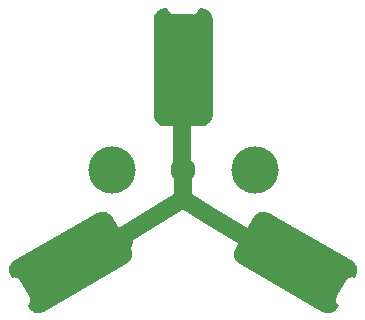
<source format=gbr>
G04 #@! TF.GenerationSoftware,KiCad,Pcbnew,(5.0.2)-1*
G04 #@! TF.CreationDate,2019-12-13T16:23:56-06:00*
G04 #@! TF.ProjectId,tri-slot-hub,7472692d-736c-46f7-942d-6875622e6b69,rev?*
G04 #@! TF.SameCoordinates,Original*
G04 #@! TF.FileFunction,Copper,L2,Bot*
G04 #@! TF.FilePolarity,Positive*
%FSLAX46Y46*%
G04 Gerber Fmt 4.6, Leading zero omitted, Abs format (unit mm)*
G04 Created by KiCad (PCBNEW (5.0.2)-1) date 12/13/2019 4:23:56 PM*
%MOMM*%
%LPD*%
G01*
G04 APERTURE LIST*
G04 #@! TA.AperFunction,ComponentPad*
%ADD10C,4.000000*%
G04 #@! TD*
G04 #@! TA.AperFunction,ComponentPad*
%ADD11C,2.100000*%
G04 #@! TD*
G04 #@! TA.AperFunction,Conductor*
%ADD12C,1.500000*%
G04 #@! TD*
G04 #@! TA.AperFunction,Conductor*
%ADD13C,0.254000*%
G04 #@! TD*
G04 APERTURE END LIST*
D10*
G04 #@! TO.P,J1,2*
G04 #@! TO.N,/slot_l*
X-6000000Y2300000D03*
X6110000Y2300000D03*
D11*
G04 #@! TO.P,J1,1*
G04 #@! TO.N,/slot_r*
X0Y2300000D03*
G04 #@! TD*
D12*
G04 #@! TO.N,/slot_r*
X-25000Y2600000D02*
X-25000Y7775000D01*
X0Y-200000D02*
X-5900000Y-3800000D01*
X-25000Y2600000D02*
X0Y900000D01*
X0Y900000D02*
X0Y-200000D01*
X2300000Y-1600000D02*
X6100000Y-3900000D01*
X0Y-200000D02*
X2300000Y-1600000D01*
X-5900000Y-3800000D02*
X-5000000Y-3800000D01*
G04 #@! TD*
D13*
G04 #@! TO.N,/slot_r*
G36*
X-1407576Y15748334D02*
X-1265019Y15534981D01*
X-1051666Y15392424D01*
X-863525Y15355000D01*
X-800000Y15342364D01*
X-736475Y15355000D01*
X736475Y15355000D01*
X800000Y15342364D01*
X1051666Y15392424D01*
X1265019Y15534981D01*
X1407576Y15748334D01*
X1432374Y15873000D01*
X1487491Y15873000D01*
X1833130Y15804248D01*
X2115545Y15615545D01*
X2304248Y15333130D01*
X2373000Y14987491D01*
X2373000Y7012509D01*
X2304248Y6666870D01*
X2115545Y6384455D01*
X1833130Y6195752D01*
X1487491Y6127000D01*
X-1487491Y6127000D01*
X-1833130Y6195752D01*
X-2115545Y6384455D01*
X-2304248Y6666870D01*
X-2373000Y7012509D01*
X-2373000Y14987491D01*
X-2304248Y15333130D01*
X-2115545Y15615545D01*
X-1833130Y15804248D01*
X-1487491Y15873000D01*
X-1432374Y15873000D01*
X-1407576Y15748334D01*
X-1407576Y15748334D01*
G37*
X-1407576Y15748334D02*
X-1265019Y15534981D01*
X-1051666Y15392424D01*
X-863525Y15355000D01*
X-800000Y15342364D01*
X-736475Y15355000D01*
X736475Y15355000D01*
X800000Y15342364D01*
X1051666Y15392424D01*
X1265019Y15534981D01*
X1407576Y15748334D01*
X1432374Y15873000D01*
X1487491Y15873000D01*
X1833130Y15804248D01*
X2115545Y15615545D01*
X2304248Y15333130D01*
X2373000Y14987491D01*
X2373000Y7012509D01*
X2304248Y6666870D01*
X2115545Y6384455D01*
X1833130Y6195752D01*
X1487491Y6127000D01*
X-1487491Y6127000D01*
X-1833130Y6195752D01*
X-2115545Y6384455D01*
X-2304248Y6666870D01*
X-2373000Y7012509D01*
X-2373000Y14987491D01*
X-2304248Y15333130D01*
X-2115545Y15615545D01*
X-1833130Y15804248D01*
X-1487491Y15873000D01*
X-1432374Y15873000D01*
X-1407576Y15748334D01*
G36*
X-6586873Y-1360112D02*
X-6282244Y-1510338D01*
X-6049882Y-1775297D01*
X-4562392Y-4351706D01*
X-4449112Y-4685414D01*
X-4471328Y-5024343D01*
X-4621554Y-5328972D01*
X-4886512Y-5561334D01*
X-11793048Y-9548824D01*
X-12126756Y-9662103D01*
X-12465685Y-9639888D01*
X-12770314Y-9489662D01*
X-13002676Y-9224703D01*
X-13030234Y-9176972D01*
X-12934669Y-9093164D01*
X-12821179Y-8863029D01*
X-12804397Y-8606982D01*
X-12804397Y-8606980D01*
X-12866058Y-8425333D01*
X-12886877Y-8364002D01*
X-12929582Y-8315307D01*
X-13666057Y-7039696D01*
X-13686877Y-6978362D01*
X-13856063Y-6785443D01*
X-14086198Y-6671953D01*
X-14342244Y-6655171D01*
X-14342245Y-6655171D01*
X-14445414Y-6690192D01*
X-14462607Y-6696028D01*
X-14490166Y-6648294D01*
X-14603446Y-6314586D01*
X-14581230Y-5975657D01*
X-14431004Y-5671028D01*
X-14166046Y-5438666D01*
X-7259510Y-1451176D01*
X-6925802Y-1337897D01*
X-6586873Y-1360112D01*
X-6586873Y-1360112D01*
G37*
X-6586873Y-1360112D02*
X-6282244Y-1510338D01*
X-6049882Y-1775297D01*
X-4562392Y-4351706D01*
X-4449112Y-4685414D01*
X-4471328Y-5024343D01*
X-4621554Y-5328972D01*
X-4886512Y-5561334D01*
X-11793048Y-9548824D01*
X-12126756Y-9662103D01*
X-12465685Y-9639888D01*
X-12770314Y-9489662D01*
X-13002676Y-9224703D01*
X-13030234Y-9176972D01*
X-12934669Y-9093164D01*
X-12821179Y-8863029D01*
X-12804397Y-8606982D01*
X-12804397Y-8606980D01*
X-12866058Y-8425333D01*
X-12886877Y-8364002D01*
X-12929582Y-8315307D01*
X-13666057Y-7039696D01*
X-13686877Y-6978362D01*
X-13856063Y-6785443D01*
X-14086198Y-6671953D01*
X-14342244Y-6655171D01*
X-14342245Y-6655171D01*
X-14445414Y-6690192D01*
X-14462607Y-6696028D01*
X-14490166Y-6648294D01*
X-14603446Y-6314586D01*
X-14581230Y-5975657D01*
X-14431004Y-5671028D01*
X-14166046Y-5438666D01*
X-7259510Y-1451176D01*
X-6925802Y-1337897D01*
X-6586873Y-1360112D01*
G36*
X7259510Y-1451176D02*
X14166046Y-5438666D01*
X14431004Y-5671028D01*
X14581230Y-5975657D01*
X14603446Y-6314586D01*
X14490166Y-6648294D01*
X14462606Y-6696029D01*
X14342244Y-6655171D01*
X14101947Y-6670921D01*
X14086197Y-6671953D01*
X14079520Y-6675246D01*
X13856063Y-6785443D01*
X13856062Y-6785444D01*
X13729581Y-6929667D01*
X13729580Y-6929669D01*
X13686877Y-6978362D01*
X13666059Y-7039691D01*
X12929585Y-8315303D01*
X12886877Y-8364002D01*
X12809121Y-8593066D01*
X12804397Y-8606982D01*
X12821179Y-8863028D01*
X12934669Y-9093163D01*
X13030234Y-9176971D01*
X13002676Y-9224703D01*
X12770314Y-9489662D01*
X12465685Y-9639888D01*
X12126756Y-9662103D01*
X11793048Y-9548824D01*
X4886512Y-5561334D01*
X4621554Y-5328972D01*
X4471328Y-5024343D01*
X4449112Y-4685414D01*
X4562392Y-4351706D01*
X6049882Y-1775297D01*
X6282244Y-1510338D01*
X6586873Y-1360112D01*
X6925802Y-1337897D01*
X7259510Y-1451176D01*
X7259510Y-1451176D01*
G37*
X7259510Y-1451176D02*
X14166046Y-5438666D01*
X14431004Y-5671028D01*
X14581230Y-5975657D01*
X14603446Y-6314586D01*
X14490166Y-6648294D01*
X14462606Y-6696029D01*
X14342244Y-6655171D01*
X14101947Y-6670921D01*
X14086197Y-6671953D01*
X14079520Y-6675246D01*
X13856063Y-6785443D01*
X13856062Y-6785444D01*
X13729581Y-6929667D01*
X13729580Y-6929669D01*
X13686877Y-6978362D01*
X13666059Y-7039691D01*
X12929585Y-8315303D01*
X12886877Y-8364002D01*
X12809121Y-8593066D01*
X12804397Y-8606982D01*
X12821179Y-8863028D01*
X12934669Y-9093163D01*
X13030234Y-9176971D01*
X13002676Y-9224703D01*
X12770314Y-9489662D01*
X12465685Y-9639888D01*
X12126756Y-9662103D01*
X11793048Y-9548824D01*
X4886512Y-5561334D01*
X4621554Y-5328972D01*
X4471328Y-5024343D01*
X4449112Y-4685414D01*
X4562392Y-4351706D01*
X6049882Y-1775297D01*
X6282244Y-1510338D01*
X6586873Y-1360112D01*
X6925802Y-1337897D01*
X7259510Y-1451176D01*
G04 #@! TD*
M02*

</source>
